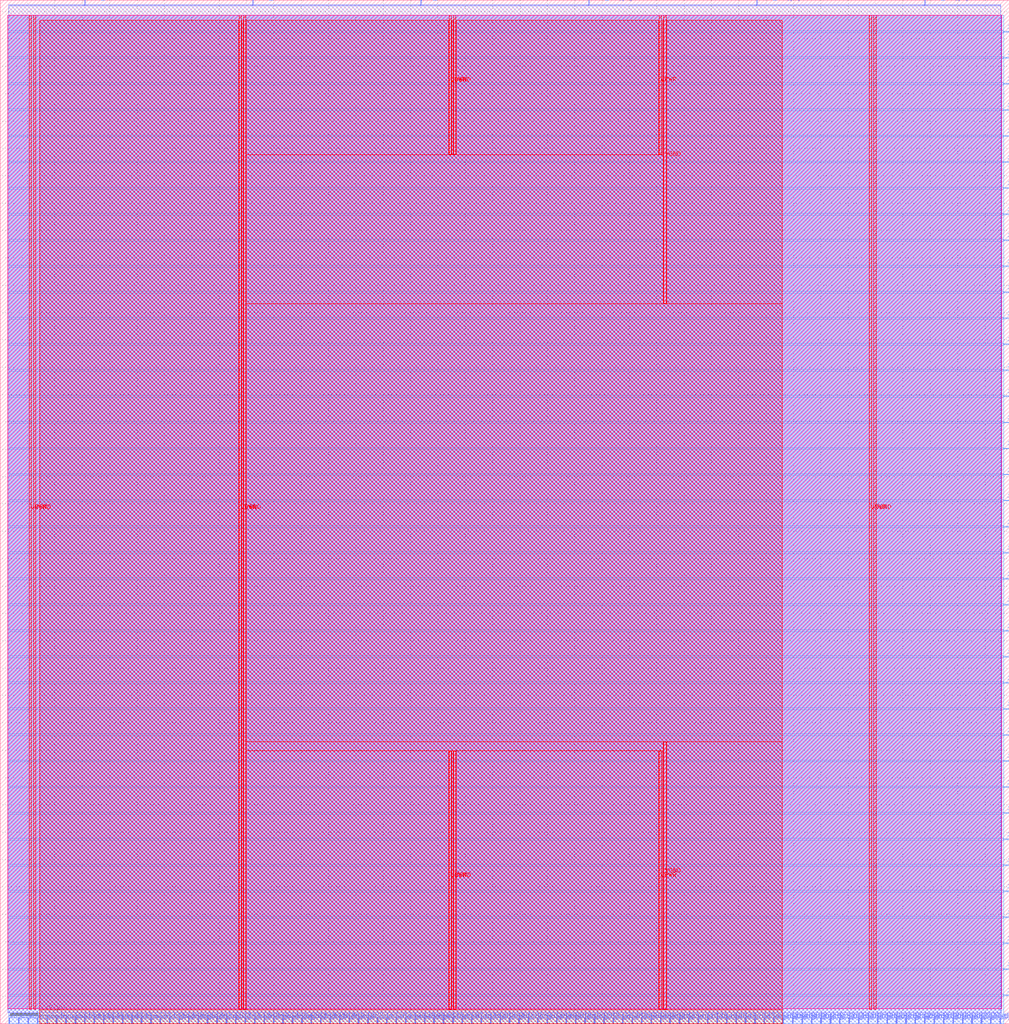
<source format=lef>
VERSION 5.7 ;
  NOWIREEXTENSIONATPIN ON ;
  DIVIDERCHAR "/" ;
  BUSBITCHARS "[]" ;
MACRO user_project
  CLASS BLOCK ;
  FOREIGN user_project ;
  ORIGIN 0.000 0.000 ;
  SIZE 737.690 BY 748.410 ;
  PIN VGND
    DIRECTION INOUT ;
    USE GROUND ;
    PORT
      LAYER met4 ;
        RECT 24.340 10.640 25.940 737.360 ;
    END
    PORT
      LAYER met4 ;
        RECT 177.940 10.640 179.540 737.360 ;
    END
    PORT
      LAYER met4 ;
        RECT 331.540 10.640 333.140 199.300 ;
    END
    PORT
      LAYER met4 ;
        RECT 331.540 635.700 333.140 737.360 ;
    END
    PORT
      LAYER met4 ;
        RECT 485.140 10.640 486.740 205.695 ;
    END
    PORT
      LAYER met4 ;
        RECT 485.140 526.825 486.740 737.360 ;
    END
    PORT
      LAYER met4 ;
        RECT 638.740 10.640 640.340 737.360 ;
    END
  END VGND
  PIN VPWR
    DIRECTION INOUT ;
    USE POWER ;
    PORT
      LAYER met4 ;
        RECT 21.040 10.640 22.640 737.360 ;
    END
    PORT
      LAYER met4 ;
        RECT 174.640 10.640 176.240 737.360 ;
    END
    PORT
      LAYER met4 ;
        RECT 328.240 10.640 329.840 199.300 ;
    END
    PORT
      LAYER met4 ;
        RECT 328.240 635.700 329.840 737.360 ;
    END
    PORT
      LAYER met4 ;
        RECT 481.840 10.640 483.440 199.300 ;
    END
    PORT
      LAYER met4 ;
        RECT 481.840 635.700 483.440 737.360 ;
    END
    PORT
      LAYER met4 ;
        RECT 635.440 10.640 637.040 737.360 ;
    END
  END VPWR
  PIN io_oeb[0]
    DIRECTION OUTPUT ;
    USE SIGNAL ;
    PORT
      LAYER met3 ;
        RECT 733.690 20.440 737.690 21.040 ;
    END
  END io_oeb[0]
  PIN io_oeb[10]
    DIRECTION OUTPUT ;
    USE SIGNAL ;
    PORT
      LAYER met3 ;
        RECT 733.690 210.840 737.690 211.440 ;
    END
  END io_oeb[10]
  PIN io_oeb[11]
    DIRECTION OUTPUT ;
    USE SIGNAL ;
    PORT
      LAYER met3 ;
        RECT 733.690 229.880 737.690 230.480 ;
    END
  END io_oeb[11]
  PIN io_oeb[12]
    DIRECTION OUTPUT ;
    USE SIGNAL ;
    PORT
      LAYER met3 ;
        RECT 733.690 248.920 737.690 249.520 ;
    END
  END io_oeb[12]
  PIN io_oeb[13]
    DIRECTION OUTPUT ;
    USE SIGNAL ;
    PORT
      LAYER met3 ;
        RECT 733.690 267.960 737.690 268.560 ;
    END
  END io_oeb[13]
  PIN io_oeb[14]
    DIRECTION OUTPUT ;
    USE SIGNAL ;
    PORT
      LAYER met3 ;
        RECT 733.690 287.000 737.690 287.600 ;
    END
  END io_oeb[14]
  PIN io_oeb[15]
    DIRECTION OUTPUT ;
    USE SIGNAL ;
    PORT
      LAYER met3 ;
        RECT 733.690 306.040 737.690 306.640 ;
    END
  END io_oeb[15]
  PIN io_oeb[16]
    DIRECTION OUTPUT ;
    USE SIGNAL ;
    PORT
      LAYER met3 ;
        RECT 733.690 325.080 737.690 325.680 ;
    END
  END io_oeb[16]
  PIN io_oeb[17]
    DIRECTION OUTPUT ;
    USE SIGNAL ;
    PORT
      LAYER met3 ;
        RECT 733.690 344.120 737.690 344.720 ;
    END
  END io_oeb[17]
  PIN io_oeb[18]
    DIRECTION OUTPUT ;
    USE SIGNAL ;
    PORT
      LAYER met3 ;
        RECT 733.690 363.160 737.690 363.760 ;
    END
  END io_oeb[18]
  PIN io_oeb[19]
    DIRECTION OUTPUT ;
    USE SIGNAL ;
    PORT
      LAYER met3 ;
        RECT 733.690 382.200 737.690 382.800 ;
    END
  END io_oeb[19]
  PIN io_oeb[1]
    DIRECTION OUTPUT ;
    USE SIGNAL ;
    PORT
      LAYER met3 ;
        RECT 733.690 39.480 737.690 40.080 ;
    END
  END io_oeb[1]
  PIN io_oeb[20]
    DIRECTION OUTPUT ;
    USE SIGNAL ;
    PORT
      LAYER met3 ;
        RECT 733.690 401.240 737.690 401.840 ;
    END
  END io_oeb[20]
  PIN io_oeb[21]
    DIRECTION OUTPUT ;
    USE SIGNAL ;
    PORT
      LAYER met3 ;
        RECT 733.690 420.280 737.690 420.880 ;
    END
  END io_oeb[21]
  PIN io_oeb[22]
    DIRECTION OUTPUT ;
    USE SIGNAL ;
    PORT
      LAYER met3 ;
        RECT 733.690 439.320 737.690 439.920 ;
    END
  END io_oeb[22]
  PIN io_oeb[23]
    DIRECTION OUTPUT ;
    USE SIGNAL ;
    PORT
      LAYER met3 ;
        RECT 733.690 458.360 737.690 458.960 ;
    END
  END io_oeb[23]
  PIN io_oeb[24]
    DIRECTION OUTPUT ;
    USE SIGNAL ;
    PORT
      LAYER met3 ;
        RECT 733.690 477.400 737.690 478.000 ;
    END
  END io_oeb[24]
  PIN io_oeb[25]
    DIRECTION OUTPUT ;
    USE SIGNAL ;
    PORT
      LAYER met3 ;
        RECT 733.690 496.440 737.690 497.040 ;
    END
  END io_oeb[25]
  PIN io_oeb[26]
    DIRECTION OUTPUT ;
    USE SIGNAL ;
    PORT
      LAYER met3 ;
        RECT 733.690 515.480 737.690 516.080 ;
    END
  END io_oeb[26]
  PIN io_oeb[27]
    DIRECTION OUTPUT ;
    USE SIGNAL ;
    PORT
      LAYER met3 ;
        RECT 733.690 534.520 737.690 535.120 ;
    END
  END io_oeb[27]
  PIN io_oeb[28]
    DIRECTION OUTPUT ;
    USE SIGNAL ;
    PORT
      LAYER met3 ;
        RECT 733.690 553.560 737.690 554.160 ;
    END
  END io_oeb[28]
  PIN io_oeb[29]
    DIRECTION OUTPUT ;
    USE SIGNAL ;
    PORT
      LAYER met3 ;
        RECT 733.690 572.600 737.690 573.200 ;
    END
  END io_oeb[29]
  PIN io_oeb[2]
    DIRECTION OUTPUT ;
    USE SIGNAL ;
    PORT
      LAYER met3 ;
        RECT 733.690 58.520 737.690 59.120 ;
    END
  END io_oeb[2]
  PIN io_oeb[30]
    DIRECTION OUTPUT ;
    USE SIGNAL ;
    PORT
      LAYER met3 ;
        RECT 733.690 591.640 737.690 592.240 ;
    END
  END io_oeb[30]
  PIN io_oeb[31]
    DIRECTION OUTPUT ;
    USE SIGNAL ;
    PORT
      LAYER met3 ;
        RECT 733.690 610.680 737.690 611.280 ;
    END
  END io_oeb[31]
  PIN io_oeb[32]
    DIRECTION OUTPUT ;
    USE SIGNAL ;
    PORT
      LAYER met3 ;
        RECT 733.690 629.720 737.690 630.320 ;
    END
  END io_oeb[32]
  PIN io_oeb[33]
    DIRECTION OUTPUT ;
    USE SIGNAL ;
    PORT
      LAYER met3 ;
        RECT 733.690 648.760 737.690 649.360 ;
    END
  END io_oeb[33]
  PIN io_oeb[34]
    DIRECTION OUTPUT ;
    USE SIGNAL ;
    PORT
      LAYER met3 ;
        RECT 733.690 667.800 737.690 668.400 ;
    END
  END io_oeb[34]
  PIN io_oeb[35]
    DIRECTION OUTPUT ;
    USE SIGNAL ;
    PORT
      LAYER met3 ;
        RECT 733.690 686.840 737.690 687.440 ;
    END
  END io_oeb[35]
  PIN io_oeb[36]
    DIRECTION OUTPUT ;
    USE SIGNAL ;
    PORT
      LAYER met3 ;
        RECT 733.690 705.880 737.690 706.480 ;
    END
  END io_oeb[36]
  PIN io_oeb[37]
    DIRECTION OUTPUT ;
    USE SIGNAL ;
    PORT
      LAYER met3 ;
        RECT 733.690 724.920 737.690 725.520 ;
    END
  END io_oeb[37]
  PIN io_oeb[3]
    DIRECTION OUTPUT ;
    USE SIGNAL ;
    PORT
      LAYER met3 ;
        RECT 733.690 77.560 737.690 78.160 ;
    END
  END io_oeb[3]
  PIN io_oeb[4]
    DIRECTION OUTPUT ;
    USE SIGNAL ;
    PORT
      LAYER met3 ;
        RECT 733.690 96.600 737.690 97.200 ;
    END
  END io_oeb[4]
  PIN io_oeb[5]
    DIRECTION OUTPUT ;
    USE SIGNAL ;
    PORT
      LAYER met3 ;
        RECT 733.690 115.640 737.690 116.240 ;
    END
  END io_oeb[5]
  PIN io_oeb[6]
    DIRECTION OUTPUT ;
    USE SIGNAL ;
    PORT
      LAYER met3 ;
        RECT 733.690 134.680 737.690 135.280 ;
    END
  END io_oeb[6]
  PIN io_oeb[7]
    DIRECTION OUTPUT ;
    USE SIGNAL ;
    PORT
      LAYER met3 ;
        RECT 733.690 153.720 737.690 154.320 ;
    END
  END io_oeb[7]
  PIN io_oeb[8]
    DIRECTION OUTPUT ;
    USE SIGNAL ;
    PORT
      LAYER met3 ;
        RECT 733.690 172.760 737.690 173.360 ;
    END
  END io_oeb[8]
  PIN io_oeb[9]
    DIRECTION OUTPUT ;
    USE SIGNAL ;
    PORT
      LAYER met3 ;
        RECT 733.690 191.800 737.690 192.400 ;
    END
  END io_oeb[9]
  PIN pwm_out
    DIRECTION OUTPUT ;
    USE SIGNAL ;
    ANTENNADIFFAREA 2.673000 ;
    PORT
      LAYER met2 ;
        RECT 307.370 744.410 307.650 748.410 ;
    END
  END pwm_out
  PIN uart_rx
    DIRECTION INPUT ;
    USE SIGNAL ;
    ANTENNAGATEAREA 0.647700 ;
    ANTENNADIFFAREA 0.434700 ;
    PORT
      LAYER met2 ;
        RECT 61.730 744.410 62.010 748.410 ;
    END
  END uart_rx
  PIN uart_tx
    DIRECTION OUTPUT ;
    USE SIGNAL ;
    ANTENNADIFFAREA 2.673000 ;
    PORT
      LAYER met2 ;
        RECT 184.550 744.410 184.830 748.410 ;
    END
  END uart_tx
  PIN user_irq[0]
    DIRECTION OUTPUT ;
    USE SIGNAL ;
    ANTENNADIFFAREA 2.673000 ;
    PORT
      LAYER met2 ;
        RECT 430.190 744.410 430.470 748.410 ;
    END
  END user_irq[0]
  PIN user_irq[1]
    DIRECTION OUTPUT ;
    USE SIGNAL ;
    ANTENNADIFFAREA 2.673000 ;
    PORT
      LAYER met2 ;
        RECT 553.010 744.410 553.290 748.410 ;
    END
  END user_irq[1]
  PIN user_irq[2]
    DIRECTION OUTPUT ;
    USE SIGNAL ;
    PORT
      LAYER met2 ;
        RECT 675.830 744.410 676.110 748.410 ;
    END
  END user_irq[2]
  PIN wb_clk_i
    DIRECTION INPUT ;
    USE SIGNAL ;
    ANTENNAGATEAREA 2.573400 ;
    ANTENNADIFFAREA 0.869400 ;
    PORT
      LAYER met2 ;
        RECT 6.530 0.000 6.810 4.000 ;
    END
  END wb_clk_i
  PIN wb_rst_i
    DIRECTION INPUT ;
    USE SIGNAL ;
    ANTENNAGATEAREA 0.682200 ;
    ANTENNADIFFAREA 0.434700 ;
    PORT
      LAYER met2 ;
        RECT 13.430 0.000 13.710 4.000 ;
    END
  END wb_rst_i
  PIN wbs_ack_o
    DIRECTION OUTPUT ;
    USE SIGNAL ;
    ANTENNADIFFAREA 2.673000 ;
    PORT
      LAYER met2 ;
        RECT 20.330 0.000 20.610 4.000 ;
    END
  END wbs_ack_o
  PIN wbs_adr_i[0]
    DIRECTION INPUT ;
    USE SIGNAL ;
    ANTENNAGATEAREA 0.560700 ;
    ANTENNADIFFAREA 0.434700 ;
    PORT
      LAYER met2 ;
        RECT 27.230 0.000 27.510 4.000 ;
    END
  END wbs_adr_i[0]
  PIN wbs_adr_i[10]
    DIRECTION INPUT ;
    USE SIGNAL ;
    ANTENNAGATEAREA 0.560700 ;
    ANTENNADIFFAREA 0.434700 ;
    PORT
      LAYER met2 ;
        RECT 96.230 0.000 96.510 4.000 ;
    END
  END wbs_adr_i[10]
  PIN wbs_adr_i[11]
    DIRECTION INPUT ;
    USE SIGNAL ;
    ANTENNAGATEAREA 0.560700 ;
    ANTENNADIFFAREA 0.434700 ;
    PORT
      LAYER met2 ;
        RECT 103.130 0.000 103.410 4.000 ;
    END
  END wbs_adr_i[11]
  PIN wbs_adr_i[12]
    DIRECTION INPUT ;
    USE SIGNAL ;
    ANTENNAGATEAREA 0.560700 ;
    ANTENNADIFFAREA 0.434700 ;
    PORT
      LAYER met2 ;
        RECT 110.030 0.000 110.310 4.000 ;
    END
  END wbs_adr_i[12]
  PIN wbs_adr_i[13]
    DIRECTION INPUT ;
    USE SIGNAL ;
    ANTENNAGATEAREA 0.647700 ;
    ANTENNADIFFAREA 0.434700 ;
    PORT
      LAYER met2 ;
        RECT 116.930 0.000 117.210 4.000 ;
    END
  END wbs_adr_i[13]
  PIN wbs_adr_i[14]
    DIRECTION INPUT ;
    USE SIGNAL ;
    ANTENNAGATEAREA 0.647700 ;
    ANTENNADIFFAREA 0.434700 ;
    PORT
      LAYER met2 ;
        RECT 123.830 0.000 124.110 4.000 ;
    END
  END wbs_adr_i[14]
  PIN wbs_adr_i[15]
    DIRECTION INPUT ;
    USE SIGNAL ;
    ANTENNAGATEAREA 0.560700 ;
    ANTENNADIFFAREA 0.434700 ;
    PORT
      LAYER met2 ;
        RECT 130.730 0.000 131.010 4.000 ;
    END
  END wbs_adr_i[15]
  PIN wbs_adr_i[16]
    DIRECTION INPUT ;
    USE SIGNAL ;
    ANTENNAGATEAREA 0.560700 ;
    ANTENNADIFFAREA 0.434700 ;
    PORT
      LAYER met2 ;
        RECT 137.630 0.000 137.910 4.000 ;
    END
  END wbs_adr_i[16]
  PIN wbs_adr_i[17]
    DIRECTION INPUT ;
    USE SIGNAL ;
    ANTENNAGATEAREA 0.560700 ;
    ANTENNADIFFAREA 0.434700 ;
    PORT
      LAYER met2 ;
        RECT 144.530 0.000 144.810 4.000 ;
    END
  END wbs_adr_i[17]
  PIN wbs_adr_i[18]
    DIRECTION INPUT ;
    USE SIGNAL ;
    ANTENNAGATEAREA 0.560700 ;
    ANTENNADIFFAREA 0.434700 ;
    PORT
      LAYER met2 ;
        RECT 151.430 0.000 151.710 4.000 ;
    END
  END wbs_adr_i[18]
  PIN wbs_adr_i[19]
    DIRECTION INPUT ;
    USE SIGNAL ;
    ANTENNAGATEAREA 0.560700 ;
    ANTENNADIFFAREA 0.434700 ;
    PORT
      LAYER met2 ;
        RECT 158.330 0.000 158.610 4.000 ;
    END
  END wbs_adr_i[19]
  PIN wbs_adr_i[1]
    DIRECTION INPUT ;
    USE SIGNAL ;
    ANTENNAGATEAREA 0.560700 ;
    ANTENNADIFFAREA 0.434700 ;
    PORT
      LAYER met2 ;
        RECT 34.130 0.000 34.410 4.000 ;
    END
  END wbs_adr_i[1]
  PIN wbs_adr_i[20]
    DIRECTION INPUT ;
    USE SIGNAL ;
    ANTENNAGATEAREA 0.647700 ;
    ANTENNADIFFAREA 0.434700 ;
    PORT
      LAYER met2 ;
        RECT 165.230 0.000 165.510 4.000 ;
    END
  END wbs_adr_i[20]
  PIN wbs_adr_i[21]
    DIRECTION INPUT ;
    USE SIGNAL ;
    ANTENNAGATEAREA 0.647700 ;
    ANTENNADIFFAREA 0.434700 ;
    PORT
      LAYER met2 ;
        RECT 172.130 0.000 172.410 4.000 ;
    END
  END wbs_adr_i[21]
  PIN wbs_adr_i[22]
    DIRECTION INPUT ;
    USE SIGNAL ;
    ANTENNAGATEAREA 0.647700 ;
    ANTENNADIFFAREA 0.434700 ;
    PORT
      LAYER met2 ;
        RECT 179.030 0.000 179.310 4.000 ;
    END
  END wbs_adr_i[22]
  PIN wbs_adr_i[23]
    DIRECTION INPUT ;
    USE SIGNAL ;
    ANTENNAGATEAREA 0.647700 ;
    ANTENNADIFFAREA 0.434700 ;
    PORT
      LAYER met2 ;
        RECT 185.930 0.000 186.210 4.000 ;
    END
  END wbs_adr_i[23]
  PIN wbs_adr_i[24]
    DIRECTION INPUT ;
    USE SIGNAL ;
    ANTENNAGATEAREA 0.647700 ;
    ANTENNADIFFAREA 0.434700 ;
    PORT
      LAYER met2 ;
        RECT 192.830 0.000 193.110 4.000 ;
    END
  END wbs_adr_i[24]
  PIN wbs_adr_i[25]
    DIRECTION INPUT ;
    USE SIGNAL ;
    ANTENNAGATEAREA 0.647700 ;
    ANTENNADIFFAREA 0.434700 ;
    PORT
      LAYER met2 ;
        RECT 199.730 0.000 200.010 4.000 ;
    END
  END wbs_adr_i[25]
  PIN wbs_adr_i[26]
    DIRECTION INPUT ;
    USE SIGNAL ;
    ANTENNAGATEAREA 0.647700 ;
    ANTENNADIFFAREA 0.434700 ;
    PORT
      LAYER met2 ;
        RECT 206.630 0.000 206.910 4.000 ;
    END
  END wbs_adr_i[26]
  PIN wbs_adr_i[27]
    DIRECTION INPUT ;
    USE SIGNAL ;
    ANTENNAGATEAREA 0.647700 ;
    ANTENNADIFFAREA 0.434700 ;
    PORT
      LAYER met2 ;
        RECT 213.530 0.000 213.810 4.000 ;
    END
  END wbs_adr_i[27]
  PIN wbs_adr_i[28]
    DIRECTION INPUT ;
    USE SIGNAL ;
    ANTENNAGATEAREA 0.647700 ;
    ANTENNADIFFAREA 0.434700 ;
    PORT
      LAYER met2 ;
        RECT 220.430 0.000 220.710 4.000 ;
    END
  END wbs_adr_i[28]
  PIN wbs_adr_i[29]
    DIRECTION INPUT ;
    USE SIGNAL ;
    ANTENNAGATEAREA 0.647700 ;
    ANTENNADIFFAREA 0.434700 ;
    PORT
      LAYER met2 ;
        RECT 227.330 0.000 227.610 4.000 ;
    END
  END wbs_adr_i[29]
  PIN wbs_adr_i[2]
    DIRECTION INPUT ;
    USE SIGNAL ;
    ANTENNAGATEAREA 0.560700 ;
    ANTENNADIFFAREA 0.434700 ;
    PORT
      LAYER met2 ;
        RECT 41.030 0.000 41.310 4.000 ;
    END
  END wbs_adr_i[2]
  PIN wbs_adr_i[30]
    DIRECTION INPUT ;
    USE SIGNAL ;
    ANTENNAGATEAREA 0.647700 ;
    ANTENNADIFFAREA 0.434700 ;
    PORT
      LAYER met2 ;
        RECT 234.230 0.000 234.510 4.000 ;
    END
  END wbs_adr_i[30]
  PIN wbs_adr_i[31]
    DIRECTION INPUT ;
    USE SIGNAL ;
    ANTENNAGATEAREA 0.647700 ;
    ANTENNADIFFAREA 0.434700 ;
    PORT
      LAYER met2 ;
        RECT 241.130 0.000 241.410 4.000 ;
    END
  END wbs_adr_i[31]
  PIN wbs_adr_i[3]
    DIRECTION INPUT ;
    USE SIGNAL ;
    ANTENNAGATEAREA 0.560700 ;
    ANTENNADIFFAREA 0.434700 ;
    PORT
      LAYER met2 ;
        RECT 47.930 0.000 48.210 4.000 ;
    END
  END wbs_adr_i[3]
  PIN wbs_adr_i[4]
    DIRECTION INPUT ;
    USE SIGNAL ;
    ANTENNAGATEAREA 0.560700 ;
    ANTENNADIFFAREA 0.434700 ;
    PORT
      LAYER met2 ;
        RECT 54.830 0.000 55.110 4.000 ;
    END
  END wbs_adr_i[4]
  PIN wbs_adr_i[5]
    DIRECTION INPUT ;
    USE SIGNAL ;
    ANTENNAGATEAREA 0.682200 ;
    ANTENNADIFFAREA 0.434700 ;
    PORT
      LAYER met2 ;
        RECT 61.730 0.000 62.010 4.000 ;
    END
  END wbs_adr_i[5]
  PIN wbs_adr_i[6]
    DIRECTION INPUT ;
    USE SIGNAL ;
    ANTENNAGATEAREA 0.560700 ;
    ANTENNADIFFAREA 0.434700 ;
    PORT
      LAYER met2 ;
        RECT 68.630 0.000 68.910 4.000 ;
    END
  END wbs_adr_i[6]
  PIN wbs_adr_i[7]
    DIRECTION INPUT ;
    USE SIGNAL ;
    ANTENNAGATEAREA 0.560700 ;
    ANTENNADIFFAREA 0.434700 ;
    PORT
      LAYER met2 ;
        RECT 75.530 0.000 75.810 4.000 ;
    END
  END wbs_adr_i[7]
  PIN wbs_adr_i[8]
    DIRECTION INPUT ;
    USE SIGNAL ;
    ANTENNAGATEAREA 0.560700 ;
    ANTENNADIFFAREA 0.434700 ;
    PORT
      LAYER met2 ;
        RECT 82.430 0.000 82.710 4.000 ;
    END
  END wbs_adr_i[8]
  PIN wbs_adr_i[9]
    DIRECTION INPUT ;
    USE SIGNAL ;
    ANTENNAGATEAREA 0.560700 ;
    ANTENNADIFFAREA 0.434700 ;
    PORT
      LAYER met2 ;
        RECT 89.330 0.000 89.610 4.000 ;
    END
  END wbs_adr_i[9]
  PIN wbs_cyc_i
    DIRECTION INPUT ;
    USE SIGNAL ;
    ANTENNAGATEAREA 0.560700 ;
    ANTENNADIFFAREA 0.434700 ;
    PORT
      LAYER met2 ;
        RECT 248.030 0.000 248.310 4.000 ;
    END
  END wbs_cyc_i
  PIN wbs_dat_i[0]
    DIRECTION INPUT ;
    USE SIGNAL ;
    ANTENNAGATEAREA 0.560700 ;
    ANTENNADIFFAREA 0.434700 ;
    PORT
      LAYER met2 ;
        RECT 254.930 0.000 255.210 4.000 ;
    END
  END wbs_dat_i[0]
  PIN wbs_dat_i[10]
    DIRECTION INPUT ;
    USE SIGNAL ;
    ANTENNAGATEAREA 0.560700 ;
    ANTENNADIFFAREA 0.434700 ;
    PORT
      LAYER met2 ;
        RECT 323.930 0.000 324.210 4.000 ;
    END
  END wbs_dat_i[10]
  PIN wbs_dat_i[11]
    DIRECTION INPUT ;
    USE SIGNAL ;
    ANTENNAGATEAREA 0.560700 ;
    ANTENNADIFFAREA 0.434700 ;
    PORT
      LAYER met2 ;
        RECT 330.830 0.000 331.110 4.000 ;
    END
  END wbs_dat_i[11]
  PIN wbs_dat_i[12]
    DIRECTION INPUT ;
    USE SIGNAL ;
    ANTENNAGATEAREA 0.560700 ;
    ANTENNADIFFAREA 0.434700 ;
    PORT
      LAYER met2 ;
        RECT 337.730 0.000 338.010 4.000 ;
    END
  END wbs_dat_i[12]
  PIN wbs_dat_i[13]
    DIRECTION INPUT ;
    USE SIGNAL ;
    ANTENNAGATEAREA 0.560700 ;
    ANTENNADIFFAREA 0.434700 ;
    PORT
      LAYER met2 ;
        RECT 344.630 0.000 344.910 4.000 ;
    END
  END wbs_dat_i[13]
  PIN wbs_dat_i[14]
    DIRECTION INPUT ;
    USE SIGNAL ;
    ANTENNAGATEAREA 0.560700 ;
    ANTENNADIFFAREA 0.434700 ;
    PORT
      LAYER met2 ;
        RECT 351.530 0.000 351.810 4.000 ;
    END
  END wbs_dat_i[14]
  PIN wbs_dat_i[15]
    DIRECTION INPUT ;
    USE SIGNAL ;
    ANTENNAGATEAREA 0.560700 ;
    ANTENNADIFFAREA 0.434700 ;
    PORT
      LAYER met2 ;
        RECT 358.430 0.000 358.710 4.000 ;
    END
  END wbs_dat_i[15]
  PIN wbs_dat_i[16]
    DIRECTION INPUT ;
    USE SIGNAL ;
    ANTENNAGATEAREA 0.560700 ;
    ANTENNADIFFAREA 0.434700 ;
    PORT
      LAYER met2 ;
        RECT 365.330 0.000 365.610 4.000 ;
    END
  END wbs_dat_i[16]
  PIN wbs_dat_i[17]
    DIRECTION INPUT ;
    USE SIGNAL ;
    ANTENNAGATEAREA 0.560700 ;
    ANTENNADIFFAREA 0.434700 ;
    PORT
      LAYER met2 ;
        RECT 372.230 0.000 372.510 4.000 ;
    END
  END wbs_dat_i[17]
  PIN wbs_dat_i[18]
    DIRECTION INPUT ;
    USE SIGNAL ;
    ANTENNAGATEAREA 0.560700 ;
    ANTENNADIFFAREA 0.434700 ;
    PORT
      LAYER met2 ;
        RECT 379.130 0.000 379.410 4.000 ;
    END
  END wbs_dat_i[18]
  PIN wbs_dat_i[19]
    DIRECTION INPUT ;
    USE SIGNAL ;
    ANTENNAGATEAREA 0.560700 ;
    ANTENNADIFFAREA 0.434700 ;
    PORT
      LAYER met2 ;
        RECT 386.030 0.000 386.310 4.000 ;
    END
  END wbs_dat_i[19]
  PIN wbs_dat_i[1]
    DIRECTION INPUT ;
    USE SIGNAL ;
    ANTENNAGATEAREA 0.560700 ;
    ANTENNADIFFAREA 0.434700 ;
    PORT
      LAYER met2 ;
        RECT 261.830 0.000 262.110 4.000 ;
    END
  END wbs_dat_i[1]
  PIN wbs_dat_i[20]
    DIRECTION INPUT ;
    USE SIGNAL ;
    ANTENNAGATEAREA 0.560700 ;
    ANTENNADIFFAREA 0.434700 ;
    PORT
      LAYER met2 ;
        RECT 392.930 0.000 393.210 4.000 ;
    END
  END wbs_dat_i[20]
  PIN wbs_dat_i[21]
    DIRECTION INPUT ;
    USE SIGNAL ;
    ANTENNAGATEAREA 0.560700 ;
    ANTENNADIFFAREA 0.434700 ;
    PORT
      LAYER met2 ;
        RECT 399.830 0.000 400.110 4.000 ;
    END
  END wbs_dat_i[21]
  PIN wbs_dat_i[22]
    DIRECTION INPUT ;
    USE SIGNAL ;
    ANTENNAGATEAREA 0.560700 ;
    ANTENNADIFFAREA 0.434700 ;
    PORT
      LAYER met2 ;
        RECT 406.730 0.000 407.010 4.000 ;
    END
  END wbs_dat_i[22]
  PIN wbs_dat_i[23]
    DIRECTION INPUT ;
    USE SIGNAL ;
    ANTENNAGATEAREA 0.560700 ;
    ANTENNADIFFAREA 0.434700 ;
    PORT
      LAYER met2 ;
        RECT 413.630 0.000 413.910 4.000 ;
    END
  END wbs_dat_i[23]
  PIN wbs_dat_i[24]
    DIRECTION INPUT ;
    USE SIGNAL ;
    ANTENNAGATEAREA 0.560700 ;
    ANTENNADIFFAREA 0.434700 ;
    PORT
      LAYER met2 ;
        RECT 420.530 0.000 420.810 4.000 ;
    END
  END wbs_dat_i[24]
  PIN wbs_dat_i[25]
    DIRECTION INPUT ;
    USE SIGNAL ;
    ANTENNAGATEAREA 0.560700 ;
    ANTENNADIFFAREA 0.434700 ;
    PORT
      LAYER met2 ;
        RECT 427.430 0.000 427.710 4.000 ;
    END
  END wbs_dat_i[25]
  PIN wbs_dat_i[26]
    DIRECTION INPUT ;
    USE SIGNAL ;
    ANTENNAGATEAREA 0.560700 ;
    ANTENNADIFFAREA 0.434700 ;
    PORT
      LAYER met2 ;
        RECT 434.330 0.000 434.610 4.000 ;
    END
  END wbs_dat_i[26]
  PIN wbs_dat_i[27]
    DIRECTION INPUT ;
    USE SIGNAL ;
    ANTENNAGATEAREA 0.560700 ;
    ANTENNADIFFAREA 0.434700 ;
    PORT
      LAYER met2 ;
        RECT 441.230 0.000 441.510 4.000 ;
    END
  END wbs_dat_i[27]
  PIN wbs_dat_i[28]
    DIRECTION INPUT ;
    USE SIGNAL ;
    ANTENNAGATEAREA 0.560700 ;
    ANTENNADIFFAREA 0.434700 ;
    PORT
      LAYER met2 ;
        RECT 448.130 0.000 448.410 4.000 ;
    END
  END wbs_dat_i[28]
  PIN wbs_dat_i[29]
    DIRECTION INPUT ;
    USE SIGNAL ;
    ANTENNAGATEAREA 0.560700 ;
    ANTENNADIFFAREA 0.434700 ;
    PORT
      LAYER met2 ;
        RECT 455.030 0.000 455.310 4.000 ;
    END
  END wbs_dat_i[29]
  PIN wbs_dat_i[2]
    DIRECTION INPUT ;
    USE SIGNAL ;
    ANTENNAGATEAREA 0.560700 ;
    ANTENNADIFFAREA 0.434700 ;
    PORT
      LAYER met2 ;
        RECT 268.730 0.000 269.010 4.000 ;
    END
  END wbs_dat_i[2]
  PIN wbs_dat_i[30]
    DIRECTION INPUT ;
    USE SIGNAL ;
    ANTENNAGATEAREA 0.560700 ;
    ANTENNADIFFAREA 0.434700 ;
    PORT
      LAYER met2 ;
        RECT 461.930 0.000 462.210 4.000 ;
    END
  END wbs_dat_i[30]
  PIN wbs_dat_i[31]
    DIRECTION INPUT ;
    USE SIGNAL ;
    ANTENNAGATEAREA 0.560700 ;
    ANTENNADIFFAREA 0.434700 ;
    PORT
      LAYER met2 ;
        RECT 468.830 0.000 469.110 4.000 ;
    END
  END wbs_dat_i[31]
  PIN wbs_dat_i[3]
    DIRECTION INPUT ;
    USE SIGNAL ;
    ANTENNAGATEAREA 0.560700 ;
    ANTENNADIFFAREA 0.434700 ;
    PORT
      LAYER met2 ;
        RECT 275.630 0.000 275.910 4.000 ;
    END
  END wbs_dat_i[3]
  PIN wbs_dat_i[4]
    DIRECTION INPUT ;
    USE SIGNAL ;
    ANTENNAGATEAREA 0.560700 ;
    ANTENNADIFFAREA 0.434700 ;
    PORT
      LAYER met2 ;
        RECT 282.530 0.000 282.810 4.000 ;
    END
  END wbs_dat_i[4]
  PIN wbs_dat_i[5]
    DIRECTION INPUT ;
    USE SIGNAL ;
    ANTENNAGATEAREA 0.560700 ;
    ANTENNADIFFAREA 0.434700 ;
    PORT
      LAYER met2 ;
        RECT 289.430 0.000 289.710 4.000 ;
    END
  END wbs_dat_i[5]
  PIN wbs_dat_i[6]
    DIRECTION INPUT ;
    USE SIGNAL ;
    ANTENNAGATEAREA 0.560700 ;
    ANTENNADIFFAREA 0.434700 ;
    PORT
      LAYER met2 ;
        RECT 296.330 0.000 296.610 4.000 ;
    END
  END wbs_dat_i[6]
  PIN wbs_dat_i[7]
    DIRECTION INPUT ;
    USE SIGNAL ;
    ANTENNAGATEAREA 0.560700 ;
    ANTENNADIFFAREA 0.434700 ;
    PORT
      LAYER met2 ;
        RECT 303.230 0.000 303.510 4.000 ;
    END
  END wbs_dat_i[7]
  PIN wbs_dat_i[8]
    DIRECTION INPUT ;
    USE SIGNAL ;
    ANTENNAGATEAREA 0.560700 ;
    ANTENNADIFFAREA 0.434700 ;
    PORT
      LAYER met2 ;
        RECT 310.130 0.000 310.410 4.000 ;
    END
  END wbs_dat_i[8]
  PIN wbs_dat_i[9]
    DIRECTION INPUT ;
    USE SIGNAL ;
    ANTENNAGATEAREA 0.560700 ;
    ANTENNADIFFAREA 0.434700 ;
    PORT
      LAYER met2 ;
        RECT 317.030 0.000 317.310 4.000 ;
    END
  END wbs_dat_i[9]
  PIN wbs_dat_o[0]
    DIRECTION OUTPUT ;
    USE SIGNAL ;
    ANTENNADIFFAREA 2.673000 ;
    PORT
      LAYER met2 ;
        RECT 475.730 0.000 476.010 4.000 ;
    END
  END wbs_dat_o[0]
  PIN wbs_dat_o[10]
    DIRECTION OUTPUT ;
    USE SIGNAL ;
    ANTENNADIFFAREA 2.673000 ;
    PORT
      LAYER met2 ;
        RECT 544.730 0.000 545.010 4.000 ;
    END
  END wbs_dat_o[10]
  PIN wbs_dat_o[11]
    DIRECTION OUTPUT ;
    USE SIGNAL ;
    ANTENNADIFFAREA 2.673000 ;
    PORT
      LAYER met2 ;
        RECT 551.630 0.000 551.910 4.000 ;
    END
  END wbs_dat_o[11]
  PIN wbs_dat_o[12]
    DIRECTION OUTPUT ;
    USE SIGNAL ;
    ANTENNADIFFAREA 2.673000 ;
    PORT
      LAYER met2 ;
        RECT 558.530 0.000 558.810 4.000 ;
    END
  END wbs_dat_o[12]
  PIN wbs_dat_o[13]
    DIRECTION OUTPUT ;
    USE SIGNAL ;
    ANTENNADIFFAREA 2.673000 ;
    PORT
      LAYER met2 ;
        RECT 565.430 0.000 565.710 4.000 ;
    END
  END wbs_dat_o[13]
  PIN wbs_dat_o[14]
    DIRECTION OUTPUT ;
    USE SIGNAL ;
    ANTENNADIFFAREA 2.673000 ;
    PORT
      LAYER met2 ;
        RECT 572.330 0.000 572.610 4.000 ;
    END
  END wbs_dat_o[14]
  PIN wbs_dat_o[15]
    DIRECTION OUTPUT ;
    USE SIGNAL ;
    ANTENNADIFFAREA 2.673000 ;
    PORT
      LAYER met2 ;
        RECT 579.230 0.000 579.510 4.000 ;
    END
  END wbs_dat_o[15]
  PIN wbs_dat_o[16]
    DIRECTION OUTPUT ;
    USE SIGNAL ;
    ANTENNADIFFAREA 2.673000 ;
    PORT
      LAYER met2 ;
        RECT 586.130 0.000 586.410 4.000 ;
    END
  END wbs_dat_o[16]
  PIN wbs_dat_o[17]
    DIRECTION OUTPUT ;
    USE SIGNAL ;
    ANTENNADIFFAREA 2.673000 ;
    PORT
      LAYER met2 ;
        RECT 593.030 0.000 593.310 4.000 ;
    END
  END wbs_dat_o[17]
  PIN wbs_dat_o[18]
    DIRECTION OUTPUT ;
    USE SIGNAL ;
    ANTENNADIFFAREA 2.673000 ;
    PORT
      LAYER met2 ;
        RECT 599.930 0.000 600.210 4.000 ;
    END
  END wbs_dat_o[18]
  PIN wbs_dat_o[19]
    DIRECTION OUTPUT ;
    USE SIGNAL ;
    ANTENNADIFFAREA 2.673000 ;
    PORT
      LAYER met2 ;
        RECT 606.830 0.000 607.110 4.000 ;
    END
  END wbs_dat_o[19]
  PIN wbs_dat_o[1]
    DIRECTION OUTPUT ;
    USE SIGNAL ;
    ANTENNADIFFAREA 2.673000 ;
    PORT
      LAYER met2 ;
        RECT 482.630 0.000 482.910 4.000 ;
    END
  END wbs_dat_o[1]
  PIN wbs_dat_o[20]
    DIRECTION OUTPUT ;
    USE SIGNAL ;
    ANTENNADIFFAREA 2.673000 ;
    PORT
      LAYER met2 ;
        RECT 613.730 0.000 614.010 4.000 ;
    END
  END wbs_dat_o[20]
  PIN wbs_dat_o[21]
    DIRECTION OUTPUT ;
    USE SIGNAL ;
    ANTENNADIFFAREA 2.673000 ;
    PORT
      LAYER met2 ;
        RECT 620.630 0.000 620.910 4.000 ;
    END
  END wbs_dat_o[21]
  PIN wbs_dat_o[22]
    DIRECTION OUTPUT ;
    USE SIGNAL ;
    ANTENNADIFFAREA 2.673000 ;
    PORT
      LAYER met2 ;
        RECT 627.530 0.000 627.810 4.000 ;
    END
  END wbs_dat_o[22]
  PIN wbs_dat_o[23]
    DIRECTION OUTPUT ;
    USE SIGNAL ;
    ANTENNADIFFAREA 2.673000 ;
    PORT
      LAYER met2 ;
        RECT 634.430 0.000 634.710 4.000 ;
    END
  END wbs_dat_o[23]
  PIN wbs_dat_o[24]
    DIRECTION OUTPUT ;
    USE SIGNAL ;
    ANTENNADIFFAREA 2.673000 ;
    PORT
      LAYER met2 ;
        RECT 641.330 0.000 641.610 4.000 ;
    END
  END wbs_dat_o[24]
  PIN wbs_dat_o[25]
    DIRECTION OUTPUT ;
    USE SIGNAL ;
    ANTENNADIFFAREA 2.673000 ;
    PORT
      LAYER met2 ;
        RECT 648.230 0.000 648.510 4.000 ;
    END
  END wbs_dat_o[25]
  PIN wbs_dat_o[26]
    DIRECTION OUTPUT ;
    USE SIGNAL ;
    ANTENNADIFFAREA 2.673000 ;
    PORT
      LAYER met2 ;
        RECT 655.130 0.000 655.410 4.000 ;
    END
  END wbs_dat_o[26]
  PIN wbs_dat_o[27]
    DIRECTION OUTPUT ;
    USE SIGNAL ;
    ANTENNADIFFAREA 2.673000 ;
    PORT
      LAYER met2 ;
        RECT 662.030 0.000 662.310 4.000 ;
    END
  END wbs_dat_o[27]
  PIN wbs_dat_o[28]
    DIRECTION OUTPUT ;
    USE SIGNAL ;
    ANTENNADIFFAREA 2.673000 ;
    PORT
      LAYER met2 ;
        RECT 668.930 0.000 669.210 4.000 ;
    END
  END wbs_dat_o[28]
  PIN wbs_dat_o[29]
    DIRECTION OUTPUT ;
    USE SIGNAL ;
    ANTENNADIFFAREA 2.673000 ;
    PORT
      LAYER met2 ;
        RECT 675.830 0.000 676.110 4.000 ;
    END
  END wbs_dat_o[29]
  PIN wbs_dat_o[2]
    DIRECTION OUTPUT ;
    USE SIGNAL ;
    ANTENNADIFFAREA 2.673000 ;
    PORT
      LAYER met2 ;
        RECT 489.530 0.000 489.810 4.000 ;
    END
  END wbs_dat_o[2]
  PIN wbs_dat_o[30]
    DIRECTION OUTPUT ;
    USE SIGNAL ;
    ANTENNADIFFAREA 2.673000 ;
    PORT
      LAYER met2 ;
        RECT 682.730 0.000 683.010 4.000 ;
    END
  END wbs_dat_o[30]
  PIN wbs_dat_o[31]
    DIRECTION OUTPUT ;
    USE SIGNAL ;
    ANTENNADIFFAREA 2.673000 ;
    PORT
      LAYER met2 ;
        RECT 689.630 0.000 689.910 4.000 ;
    END
  END wbs_dat_o[31]
  PIN wbs_dat_o[3]
    DIRECTION OUTPUT ;
    USE SIGNAL ;
    ANTENNADIFFAREA 2.673000 ;
    PORT
      LAYER met2 ;
        RECT 496.430 0.000 496.710 4.000 ;
    END
  END wbs_dat_o[3]
  PIN wbs_dat_o[4]
    DIRECTION OUTPUT ;
    USE SIGNAL ;
    ANTENNADIFFAREA 2.673000 ;
    PORT
      LAYER met2 ;
        RECT 503.330 0.000 503.610 4.000 ;
    END
  END wbs_dat_o[4]
  PIN wbs_dat_o[5]
    DIRECTION OUTPUT ;
    USE SIGNAL ;
    ANTENNADIFFAREA 2.673000 ;
    PORT
      LAYER met2 ;
        RECT 510.230 0.000 510.510 4.000 ;
    END
  END wbs_dat_o[5]
  PIN wbs_dat_o[6]
    DIRECTION OUTPUT ;
    USE SIGNAL ;
    ANTENNADIFFAREA 2.673000 ;
    PORT
      LAYER met2 ;
        RECT 517.130 0.000 517.410 4.000 ;
    END
  END wbs_dat_o[6]
  PIN wbs_dat_o[7]
    DIRECTION OUTPUT ;
    USE SIGNAL ;
    ANTENNADIFFAREA 2.673000 ;
    PORT
      LAYER met2 ;
        RECT 524.030 0.000 524.310 4.000 ;
    END
  END wbs_dat_o[7]
  PIN wbs_dat_o[8]
    DIRECTION OUTPUT ;
    USE SIGNAL ;
    ANTENNADIFFAREA 2.673000 ;
    PORT
      LAYER met2 ;
        RECT 530.930 0.000 531.210 4.000 ;
    END
  END wbs_dat_o[8]
  PIN wbs_dat_o[9]
    DIRECTION OUTPUT ;
    USE SIGNAL ;
    ANTENNADIFFAREA 2.673000 ;
    PORT
      LAYER met2 ;
        RECT 537.830 0.000 538.110 4.000 ;
    END
  END wbs_dat_o[9]
  PIN wbs_sel_i[0]
    DIRECTION INPUT ;
    USE SIGNAL ;
    ANTENNAGATEAREA 0.560700 ;
    ANTENNADIFFAREA 0.434700 ;
    PORT
      LAYER met2 ;
        RECT 696.530 0.000 696.810 4.000 ;
    END
  END wbs_sel_i[0]
  PIN wbs_sel_i[1]
    DIRECTION INPUT ;
    USE SIGNAL ;
    ANTENNAGATEAREA 0.560700 ;
    ANTENNADIFFAREA 0.434700 ;
    PORT
      LAYER met2 ;
        RECT 703.430 0.000 703.710 4.000 ;
    END
  END wbs_sel_i[1]
  PIN wbs_sel_i[2]
    DIRECTION INPUT ;
    USE SIGNAL ;
    ANTENNAGATEAREA 0.682200 ;
    ANTENNADIFFAREA 0.434700 ;
    PORT
      LAYER met2 ;
        RECT 710.330 0.000 710.610 4.000 ;
    END
  END wbs_sel_i[2]
  PIN wbs_sel_i[3]
    DIRECTION INPUT ;
    USE SIGNAL ;
    ANTENNAGATEAREA 0.682200 ;
    ANTENNADIFFAREA 0.434700 ;
    PORT
      LAYER met2 ;
        RECT 717.230 0.000 717.510 4.000 ;
    END
  END wbs_sel_i[3]
  PIN wbs_stb_i
    DIRECTION INPUT ;
    USE SIGNAL ;
    ANTENNAGATEAREA 0.860700 ;
    ANTENNADIFFAREA 0.434700 ;
    PORT
      LAYER met2 ;
        RECT 724.130 0.000 724.410 4.000 ;
    END
  END wbs_stb_i
  PIN wbs_we_i
    DIRECTION INPUT ;
    USE SIGNAL ;
    ANTENNAGATEAREA 0.560700 ;
    ANTENNADIFFAREA 0.434700 ;
    PORT
      LAYER met2 ;
        RECT 731.030 0.000 731.310 4.000 ;
    END
  END wbs_we_i
  OBS
      LAYER nwell ;
        RECT 5.330 10.795 732.050 737.310 ;
      LAYER li1 ;
        RECT 5.520 10.795 731.860 737.205 ;
      LAYER met1 ;
        RECT 5.520 8.200 731.860 737.360 ;
      LAYER met2 ;
        RECT 6.070 744.130 61.450 745.010 ;
        RECT 62.290 744.130 184.270 745.010 ;
        RECT 185.110 744.130 307.090 745.010 ;
        RECT 307.930 744.130 429.910 745.010 ;
        RECT 430.750 744.130 552.730 745.010 ;
        RECT 553.570 744.130 675.550 745.010 ;
        RECT 676.390 744.130 731.300 745.010 ;
        RECT 6.070 4.280 731.300 744.130 ;
        RECT 6.070 0.155 6.250 4.280 ;
        RECT 7.090 0.155 13.150 4.280 ;
        RECT 13.990 0.155 20.050 4.280 ;
        RECT 20.890 0.155 26.950 4.280 ;
        RECT 27.790 0.155 33.850 4.280 ;
        RECT 34.690 0.155 40.750 4.280 ;
        RECT 41.590 0.155 47.650 4.280 ;
        RECT 48.490 0.155 54.550 4.280 ;
        RECT 55.390 0.155 61.450 4.280 ;
        RECT 62.290 0.155 68.350 4.280 ;
        RECT 69.190 0.155 75.250 4.280 ;
        RECT 76.090 0.155 82.150 4.280 ;
        RECT 82.990 0.155 89.050 4.280 ;
        RECT 89.890 0.155 95.950 4.280 ;
        RECT 96.790 0.155 102.850 4.280 ;
        RECT 103.690 0.155 109.750 4.280 ;
        RECT 110.590 0.155 116.650 4.280 ;
        RECT 117.490 0.155 123.550 4.280 ;
        RECT 124.390 0.155 130.450 4.280 ;
        RECT 131.290 0.155 137.350 4.280 ;
        RECT 138.190 0.155 144.250 4.280 ;
        RECT 145.090 0.155 151.150 4.280 ;
        RECT 151.990 0.155 158.050 4.280 ;
        RECT 158.890 0.155 164.950 4.280 ;
        RECT 165.790 0.155 171.850 4.280 ;
        RECT 172.690 0.155 178.750 4.280 ;
        RECT 179.590 0.155 185.650 4.280 ;
        RECT 186.490 0.155 192.550 4.280 ;
        RECT 193.390 0.155 199.450 4.280 ;
        RECT 200.290 0.155 206.350 4.280 ;
        RECT 207.190 0.155 213.250 4.280 ;
        RECT 214.090 0.155 220.150 4.280 ;
        RECT 220.990 0.155 227.050 4.280 ;
        RECT 227.890 0.155 233.950 4.280 ;
        RECT 234.790 0.155 240.850 4.280 ;
        RECT 241.690 0.155 247.750 4.280 ;
        RECT 248.590 0.155 254.650 4.280 ;
        RECT 255.490 0.155 261.550 4.280 ;
        RECT 262.390 0.155 268.450 4.280 ;
        RECT 269.290 0.155 275.350 4.280 ;
        RECT 276.190 0.155 282.250 4.280 ;
        RECT 283.090 0.155 289.150 4.280 ;
        RECT 289.990 0.155 296.050 4.280 ;
        RECT 296.890 0.155 302.950 4.280 ;
        RECT 303.790 0.155 309.850 4.280 ;
        RECT 310.690 0.155 316.750 4.280 ;
        RECT 317.590 0.155 323.650 4.280 ;
        RECT 324.490 0.155 330.550 4.280 ;
        RECT 331.390 0.155 337.450 4.280 ;
        RECT 338.290 0.155 344.350 4.280 ;
        RECT 345.190 0.155 351.250 4.280 ;
        RECT 352.090 0.155 358.150 4.280 ;
        RECT 358.990 0.155 365.050 4.280 ;
        RECT 365.890 0.155 371.950 4.280 ;
        RECT 372.790 0.155 378.850 4.280 ;
        RECT 379.690 0.155 385.750 4.280 ;
        RECT 386.590 0.155 392.650 4.280 ;
        RECT 393.490 0.155 399.550 4.280 ;
        RECT 400.390 0.155 406.450 4.280 ;
        RECT 407.290 0.155 413.350 4.280 ;
        RECT 414.190 0.155 420.250 4.280 ;
        RECT 421.090 0.155 427.150 4.280 ;
        RECT 427.990 0.155 434.050 4.280 ;
        RECT 434.890 0.155 440.950 4.280 ;
        RECT 441.790 0.155 447.850 4.280 ;
        RECT 448.690 0.155 454.750 4.280 ;
        RECT 455.590 0.155 461.650 4.280 ;
        RECT 462.490 0.155 468.550 4.280 ;
        RECT 469.390 0.155 475.450 4.280 ;
        RECT 476.290 0.155 482.350 4.280 ;
        RECT 483.190 0.155 489.250 4.280 ;
        RECT 490.090 0.155 496.150 4.280 ;
        RECT 496.990 0.155 503.050 4.280 ;
        RECT 503.890 0.155 509.950 4.280 ;
        RECT 510.790 0.155 516.850 4.280 ;
        RECT 517.690 0.155 523.750 4.280 ;
        RECT 524.590 0.155 530.650 4.280 ;
        RECT 531.490 0.155 537.550 4.280 ;
        RECT 538.390 0.155 544.450 4.280 ;
        RECT 545.290 0.155 551.350 4.280 ;
        RECT 552.190 0.155 558.250 4.280 ;
        RECT 559.090 0.155 565.150 4.280 ;
        RECT 565.990 0.155 572.050 4.280 ;
        RECT 572.890 0.155 578.950 4.280 ;
        RECT 579.790 0.155 585.850 4.280 ;
        RECT 586.690 0.155 592.750 4.280 ;
        RECT 593.590 0.155 599.650 4.280 ;
        RECT 600.490 0.155 606.550 4.280 ;
        RECT 607.390 0.155 613.450 4.280 ;
        RECT 614.290 0.155 620.350 4.280 ;
        RECT 621.190 0.155 627.250 4.280 ;
        RECT 628.090 0.155 634.150 4.280 ;
        RECT 634.990 0.155 641.050 4.280 ;
        RECT 641.890 0.155 647.950 4.280 ;
        RECT 648.790 0.155 654.850 4.280 ;
        RECT 655.690 0.155 661.750 4.280 ;
        RECT 662.590 0.155 668.650 4.280 ;
        RECT 669.490 0.155 675.550 4.280 ;
        RECT 676.390 0.155 682.450 4.280 ;
        RECT 683.290 0.155 689.350 4.280 ;
        RECT 690.190 0.155 696.250 4.280 ;
        RECT 697.090 0.155 703.150 4.280 ;
        RECT 703.990 0.155 710.050 4.280 ;
        RECT 710.890 0.155 716.950 4.280 ;
        RECT 717.790 0.155 723.850 4.280 ;
        RECT 724.690 0.155 730.750 4.280 ;
      LAYER met3 ;
        RECT 6.045 725.920 733.690 737.285 ;
        RECT 6.045 724.520 733.290 725.920 ;
        RECT 6.045 706.880 733.690 724.520 ;
        RECT 6.045 705.480 733.290 706.880 ;
        RECT 6.045 687.840 733.690 705.480 ;
        RECT 6.045 686.440 733.290 687.840 ;
        RECT 6.045 668.800 733.690 686.440 ;
        RECT 6.045 667.400 733.290 668.800 ;
        RECT 6.045 649.760 733.690 667.400 ;
        RECT 6.045 648.360 733.290 649.760 ;
        RECT 6.045 630.720 733.690 648.360 ;
        RECT 6.045 629.320 733.290 630.720 ;
        RECT 6.045 611.680 733.690 629.320 ;
        RECT 6.045 610.280 733.290 611.680 ;
        RECT 6.045 592.640 733.690 610.280 ;
        RECT 6.045 591.240 733.290 592.640 ;
        RECT 6.045 573.600 733.690 591.240 ;
        RECT 6.045 572.200 733.290 573.600 ;
        RECT 6.045 554.560 733.690 572.200 ;
        RECT 6.045 553.160 733.290 554.560 ;
        RECT 6.045 535.520 733.690 553.160 ;
        RECT 6.045 534.120 733.290 535.520 ;
        RECT 6.045 516.480 733.690 534.120 ;
        RECT 6.045 515.080 733.290 516.480 ;
        RECT 6.045 497.440 733.690 515.080 ;
        RECT 6.045 496.040 733.290 497.440 ;
        RECT 6.045 478.400 733.690 496.040 ;
        RECT 6.045 477.000 733.290 478.400 ;
        RECT 6.045 459.360 733.690 477.000 ;
        RECT 6.045 457.960 733.290 459.360 ;
        RECT 6.045 440.320 733.690 457.960 ;
        RECT 6.045 438.920 733.290 440.320 ;
        RECT 6.045 421.280 733.690 438.920 ;
        RECT 6.045 419.880 733.290 421.280 ;
        RECT 6.045 402.240 733.690 419.880 ;
        RECT 6.045 400.840 733.290 402.240 ;
        RECT 6.045 383.200 733.690 400.840 ;
        RECT 6.045 381.800 733.290 383.200 ;
        RECT 6.045 364.160 733.690 381.800 ;
        RECT 6.045 362.760 733.290 364.160 ;
        RECT 6.045 345.120 733.690 362.760 ;
        RECT 6.045 343.720 733.290 345.120 ;
        RECT 6.045 326.080 733.690 343.720 ;
        RECT 6.045 324.680 733.290 326.080 ;
        RECT 6.045 307.040 733.690 324.680 ;
        RECT 6.045 305.640 733.290 307.040 ;
        RECT 6.045 288.000 733.690 305.640 ;
        RECT 6.045 286.600 733.290 288.000 ;
        RECT 6.045 268.960 733.690 286.600 ;
        RECT 6.045 267.560 733.290 268.960 ;
        RECT 6.045 249.920 733.690 267.560 ;
        RECT 6.045 248.520 733.290 249.920 ;
        RECT 6.045 230.880 733.690 248.520 ;
        RECT 6.045 229.480 733.290 230.880 ;
        RECT 6.045 211.840 733.690 229.480 ;
        RECT 6.045 210.440 733.290 211.840 ;
        RECT 6.045 192.800 733.690 210.440 ;
        RECT 6.045 191.400 733.290 192.800 ;
        RECT 6.045 173.760 733.690 191.400 ;
        RECT 6.045 172.360 733.290 173.760 ;
        RECT 6.045 154.720 733.690 172.360 ;
        RECT 6.045 153.320 733.290 154.720 ;
        RECT 6.045 135.680 733.690 153.320 ;
        RECT 6.045 134.280 733.290 135.680 ;
        RECT 6.045 116.640 733.690 134.280 ;
        RECT 6.045 115.240 733.290 116.640 ;
        RECT 6.045 97.600 733.690 115.240 ;
        RECT 6.045 96.200 733.290 97.600 ;
        RECT 6.045 78.560 733.690 96.200 ;
        RECT 6.045 77.160 733.290 78.560 ;
        RECT 6.045 59.520 733.690 77.160 ;
        RECT 6.045 58.120 733.290 59.520 ;
        RECT 6.045 40.480 733.690 58.120 ;
        RECT 6.045 39.080 733.290 40.480 ;
        RECT 6.045 21.440 733.690 39.080 ;
        RECT 6.045 20.040 733.290 21.440 ;
        RECT 6.045 0.175 733.690 20.040 ;
      LAYER met4 ;
        RECT 28.815 10.240 174.240 733.545 ;
        RECT 176.640 10.240 177.540 733.545 ;
        RECT 179.940 635.300 327.840 733.545 ;
        RECT 330.240 635.300 331.140 733.545 ;
        RECT 333.540 635.300 481.440 733.545 ;
        RECT 483.840 635.300 484.740 733.545 ;
        RECT 179.940 526.425 484.740 635.300 ;
        RECT 487.140 526.425 571.610 733.545 ;
        RECT 179.940 206.095 571.610 526.425 ;
        RECT 179.940 199.700 484.740 206.095 ;
        RECT 179.940 10.240 327.840 199.700 ;
        RECT 330.240 10.240 331.140 199.700 ;
        RECT 333.540 10.240 481.440 199.700 ;
        RECT 483.840 10.240 484.740 199.700 ;
        RECT 487.140 10.240 571.610 206.095 ;
        RECT 28.815 0.175 571.610 10.240 ;
  END
END user_project
END LIBRARY


</source>
